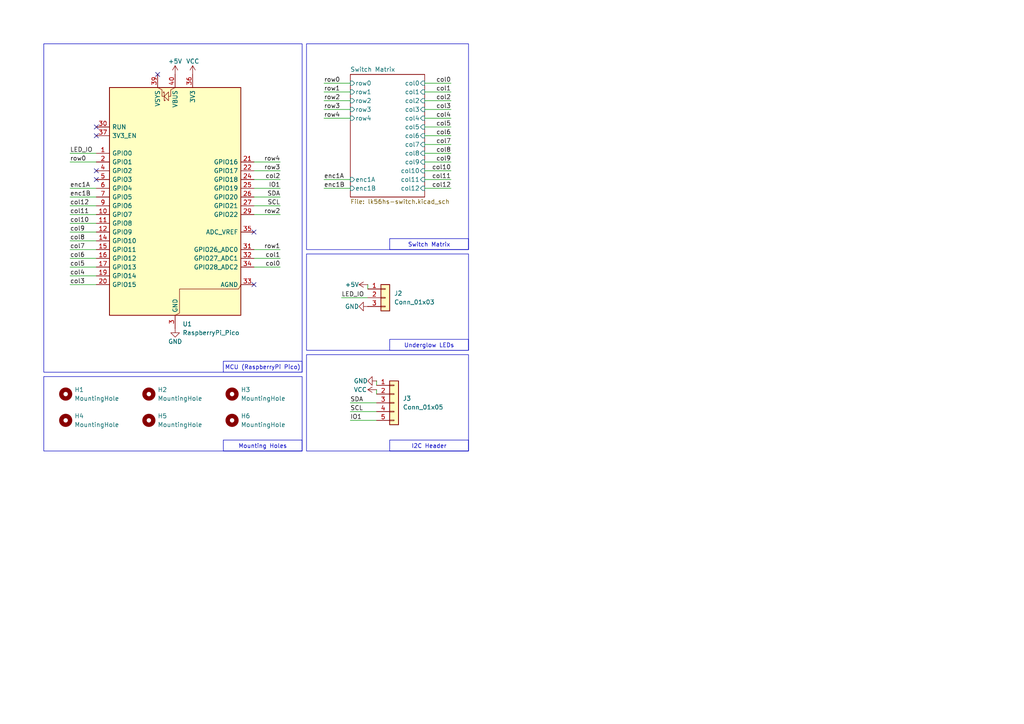
<source format=kicad_sch>
(kicad_sch (version 20250114) (generator "eeschema") (generator_version "9.0")
  (paper "A4")
  (title_block (title "LK56HS") (date "2025-05-16") (rev "v1.00") (company "LambdaKB.dev") (comment 1 "https://lambdakb.dev/devices/lk56hs/"))
  (lib_symbols
    (symbol "Connector_Generic:Conn_01x03" (pin_names (offset 1.016) (hide yes))
      (property "Reference" "J" (at 0 5.08 0))
      (property "Value" "Conn_01x03" (at 0 -5.08 0))
      (symbol "Conn_01x03_1_1"
        (rectangle (start -1.27 3.81) (end 1.27 -3.81) (stroke (width 0.254)) (fill (type background)))
        (rectangle (start -1.27 2.667) (end 0 2.413) (stroke (width 0.1524)))
        (rectangle (start -1.27 0.127) (end 0 -0.127) (stroke (width 0.1524)))
        (rectangle (start -1.27 -2.413) (end 0 -2.667) (stroke (width 0.1524)))
        (pin passive line (at -5.08 2.54 0) (length 3.81) (name "Pin_1") (number "1"))
        (pin passive line (at -5.08 0 0) (length 3.81) (name "Pin_2") (number "2"))
        (pin passive line (at -5.08 -2.54 0) (length 3.81) (name "Pin_3") (number "3"))
      )
    )
    (symbol "Connector_Generic:Conn_01x05" (pin_names (offset 1.016) (hide yes))
      (property "Reference" "J" (at 0 7.62 0))
      (property "Value" "Conn_01x05" (at 0 -7.62 0))
      (symbol "Conn_01x05_1_1"
        (rectangle (start -1.27 6.35) (end 1.27 -6.35) (stroke (width 0.254)) (fill (type background)))
        (rectangle (start -1.27 5.207) (end 0 4.953) (stroke (width 0.1524)))
        (rectangle (start -1.27 2.667) (end 0 2.413) (stroke (width 0.1524)))
        (rectangle (start -1.27 0.127) (end 0 -0.127) (stroke (width 0.1524)))
        (rectangle (start -1.27 -2.413) (end 0 -2.667) (stroke (width 0.1524)))
        (rectangle (start -1.27 -4.953) (end 0 -5.207) (stroke (width 0.1524)))
        (pin passive line (at -5.08 5.08 0) (length 3.81) (name "Pin_1") (number "1"))
        (pin passive line (at -5.08 2.54 0) (length 3.81) (name "Pin_2") (number "2"))
        (pin passive line (at -5.08 0 0) (length 3.81) (name "Pin_3") (number "3"))
        (pin passive line (at -5.08 -2.54 0) (length 3.81) (name "Pin_4") (number "4"))
        (pin passive line (at -5.08 -5.08 0) (length 3.81) (name "Pin_5") (number "5"))
      )
    )
    (symbol "MCU_Module:RaspberryPi_Pico" (pin_names (offset 0.762))
      (property "Reference" "A" (at -19.05 35.56 0))
      (property "Value" "RaspberryPi_Pico" (at 7.62 35.56 0))
      (symbol "RaspberryPi_Pico_0_1"
        (rectangle (start -19.05 34.29) (end 19.05 -31.75) (stroke (width 0.254)) (fill (type background)))
        (polyline (pts (xy -5.08 34.29) (xy -3.81 33.655) (xy -3.81 31.75) (xy -3.175 31.75)))
        (polyline (pts (xy -3.429 32.766) (xy -3.429 33.02) (xy -3.175 33.02) (xy -3.175 30.48) (xy -2.921 30.48) (xy -2.921 30.734)))
        (polyline (pts (xy -3.175 31.75) (xy -1.905 33.02) (xy -1.905 30.48) (xy -3.175 31.75)))
        (polyline (pts (xy 0 34.29) (xy -1.27 33.655) (xy -1.27 31.75) (xy -1.905 31.75)))
        (polyline (pts (xy 0 -31.75) (xy 1.27 -31.115) (xy 1.27 -24.13) (xy 18.415 -24.13) (xy 19.05 -22.86)))
      )
      (symbol "RaspberryPi_Pico_1_1"
        (pin passive line (at -22.86 22.86 0) (length 3.81) (name "RUN") (number "30"))
        (pin passive line (at -22.86 20.32 0) (length 3.81) (name "3V3_EN") (number "37"))
        (pin bidirectional line (at -22.86 15.24 0) (length 3.81) (name "GPIO0") (number "1"))
        (pin bidirectional line (at -22.86 12.7 0) (length 3.81) (name "GPIO1") (number "2"))
        (pin bidirectional line (at -22.86 10.16 0) (length 3.81) (name "GPIO2") (number "4"))
        (pin bidirectional line (at -22.86 7.62 0) (length 3.81) (name "GPIO3") (number "5"))
        (pin bidirectional line (at -22.86 5.08 0) (length 3.81) (name "GPIO4") (number "6"))
        (pin bidirectional line (at -22.86 2.54 0) (length 3.81) (name "GPIO5") (number "7"))
        (pin bidirectional line (at -22.86 0 0) (length 3.81) (name "GPIO6") (number "9"))
        (pin bidirectional line (at -22.86 -2.54 0) (length 3.81) (name "GPIO7") (number "10"))
        (pin bidirectional line (at -22.86 -5.08 0) (length 3.81) (name "GPIO8") (number "11"))
        (pin bidirectional line (at -22.86 -7.62 0) (length 3.81) (name "GPIO9") (number "12"))
        (pin bidirectional line (at -22.86 -10.16 0) (length 3.81) (name "GPIO10") (number "14"))
        (pin bidirectional line (at -22.86 -12.7 0) (length 3.81) (name "GPIO11") (number "15"))
        (pin bidirectional line (at -22.86 -15.24 0) (length 3.81) (name "GPIO12") (number "16"))
        (pin bidirectional line (at -22.86 -17.78 0) (length 3.81) (name "GPIO13") (number "17"))
        (pin bidirectional line (at -22.86 -20.32 0) (length 3.81) (name "GPIO14") (number "19"))
        (pin bidirectional line (at -22.86 -22.86 0) (length 3.81) (name "GPIO15") (number "20"))
        (pin power_in line (at -5.08 38.1 270) (length 3.81) (name "VSYS") (number "39"))
        (pin power_out line (at 0 38.1 270) (length 3.81) (name "VBUS") (number "40"))
        (pin passive line (at 0 -35.56 90) (length 3.81) (hide yes) (name "GND") (number "13"))
        (pin passive line (at 0 -35.56 90) (length 3.81) (hide yes) (name "GND") (number "18"))
        (pin passive line (at 0 -35.56 90) (length 3.81) (hide yes) (name "GND") (number "23"))
        (pin passive line (at 0 -35.56 90) (length 3.81) (hide yes) (name "GND") (number "28"))
        (pin power_out line (at 0 -35.56 90) (length 3.81) (name "GND") (number "3"))
        (pin passive line (at 0 -35.56 90) (length 3.81) (hide yes) (name "GND") (number "38"))
        (pin passive line (at 0 -35.56 90) (length 3.81) (hide yes) (name "GND") (number "8"))
        (pin power_out line (at 5.08 38.1 270) (length 3.81) (name "3V3") (number "36"))
        (pin bidirectional line (at 22.86 12.7 180) (length 3.81) (name "GPIO16") (number "21"))
        (pin bidirectional line (at 22.86 10.16 180) (length 3.81) (name "GPIO17") (number "22"))
        (pin bidirectional line (at 22.86 7.62 180) (length 3.81) (name "GPIO18") (number "24"))
        (pin bidirectional line (at 22.86 5.08 180) (length 3.81) (name "GPIO19") (number "25"))
        (pin bidirectional line (at 22.86 2.54 180) (length 3.81) (name "GPIO20") (number "26"))
        (pin bidirectional line (at 22.86 0 180) (length 3.81) (name "GPIO21") (number "27"))
        (pin bidirectional line (at 22.86 -2.54 180) (length 3.81) (name "GPIO22") (number "29"))
        (pin power_in line (at 22.86 -7.62 180) (length 3.81) (name "ADC_VREF") (number "35"))
        (pin bidirectional line (at 22.86 -12.7 180) (length 3.81) (name "GPIO26_ADC0") (number "31"))
        (pin bidirectional line (at 22.86 -15.24 180) (length 3.81) (name "GPIO27_ADC1") (number "32"))
        (pin bidirectional line (at 22.86 -17.78 180) (length 3.81) (name "GPIO28_ADC2") (number "34"))
        (pin power_out line (at 22.86 -22.86 180) (length 3.81) (name "AGND") (number "33"))
      )
    )
    (symbol "Mechanical:MountingHole" (pin_names (offset 1.016)) (in_bom no)
      (property "Reference" "H" (at 0 5.08 0))
      (property "Value" "MountingHole" (at 0 3.175 0))
      (symbol "MountingHole_0_1"
        (circle (center 0 0) (radius 1.27) (stroke (width 1.27)))
      )
    )
    (symbol "power:+5V" (power) (pin_numbers (hide yes)) (pin_names (offset 0) (hide yes))
      (property "Value" "+5V" (at 0 3.556 0))
      (symbol "+5V_0_1"
        (polyline (pts (xy -0.762 1.27) (xy 0 2.54)))
        (polyline (pts (xy 0 2.54) (xy 0.762 1.27)))
        (polyline (pts (xy 0 0) (xy 0 2.54)))
      )
      (symbol "+5V_1_1"
        (pin power_in line (at 0 0 90) (length 0) (name "~") (number "1"))
      )
    )
    (symbol "power:GND" (power) (pin_numbers (hide yes)) (pin_names (offset 0) (hide yes))
      (property "Value" "GND" (at 0 -3.81 0))
      (symbol "GND_0_1"
        (polyline (pts (xy 0 0) (xy 0 -1.27) (xy 1.27 -1.27) (xy 0 -2.54) (xy -1.27 -1.27) (xy 0 -1.27)))
      )
      (symbol "GND_1_1"
        (pin power_in line (at 0 0 270) (length 0) (name "~") (number "1"))
      )
    )
    (symbol "power:VCC" (power) (pin_numbers (hide yes)) (pin_names (offset 0) (hide yes))
      (property "Value" "VCC" (at 0 3.556 0))
      (symbol "VCC_0_1"
        (polyline (pts (xy -0.762 1.27) (xy 0 2.54)))
        (polyline (pts (xy 0 2.54) (xy 0.762 1.27)))
        (polyline (pts (xy 0 0) (xy 0 2.54)))
      )
      (symbol "VCC_1_1"
        (pin power_in line (at 0 0 90) (length 0) (name "~") (number "1"))
      )
    )
  )
  (rectangle (start 113.03 98.425) (end 135.89 101.6))
  (rectangle (start 64.77 127.635) (end 87.63 130.81))
  (rectangle (start 88.9 12.7) (end 135.89 72.39))
  (rectangle (start 88.9 102.87) (end 135.89 130.81))
  (rectangle (start 88.9 73.66) (end 135.89 101.6))
  (rectangle (start 64.77 104.775) (end 87.63 107.95))
  (rectangle (start 113.03 127.635) (end 135.89 130.81))
  (rectangle (start 12.7 109.22) (end 87.63 130.81))
  (rectangle (start 12.7 12.7) (end 87.63 107.95))
  (rectangle (start 113.03 69.215) (end 135.89 72.39))
  (text "Mounting Holes" (at 76.2 129.54 0) (effects (font (size 1.2 1.2))))
  (text "Switch Matrix" (at 124.46 71.12 0) (effects (font (size 1.2 1.2))))
  (text "MCU (RaspberryPi Pico)" (at 76.2 106.68 0) (effects (font (size 1.2 1.2))))
  (text "Underglow LEDs" (at 124.46 100.33 0) (effects (font (size 1.2 1.2))))
  (text "I2C Header" (at 124.46 129.54 0) (effects (font (size 1.2 1.2))))
  (no_connect (at 27.94 49.53))
  (no_connect (at 73.66 67.31))
  (no_connect (at 45.72 21.59))
  (no_connect (at 27.94 52.07))
  (no_connect (at 73.66 82.55))
  (no_connect (at 27.94 39.37))
  (no_connect (at 27.94 36.83))
  (wire (pts (xy 73.66 77.47) (xy 81.28 77.47)))
  (wire (pts (xy 123.19 24.13) (xy 130.81 24.13)))
  (wire (pts (xy 20.32 74.93) (xy 27.94 74.93)))
  (wire (pts (xy 27.94 59.69) (xy 20.32 59.69)))
  (wire (pts (xy 109.22 110.49) (xy 109.22 111.76)))
  (wire (pts (xy 27.94 82.55) (xy 20.32 82.55)))
  (wire (pts (xy 106.68 82.55) (xy 106.68 83.82)))
  (wire (pts (xy 73.66 74.93) (xy 81.28 74.93)))
  (wire (pts (xy 27.94 80.01) (xy 20.32 80.01)))
  (wire (pts (xy 123.19 26.67) (xy 130.81 26.67)))
  (wire (pts (xy 123.19 31.75) (xy 130.81 31.75)))
  (wire (pts (xy 20.32 44.45) (xy 27.94 44.45)))
  (wire (pts (xy 130.81 52.07) (xy 123.19 52.07)))
  (wire (pts (xy 20.32 77.47) (xy 27.94 77.47)))
  (wire (pts (xy 73.66 52.07) (xy 81.28 52.07)))
  (wire (pts (xy 99.06 86.36) (xy 106.68 86.36)))
  (wire (pts (xy 20.32 57.15) (xy 27.94 57.15)))
  (wire (pts (xy 93.98 29.21) (xy 101.6 29.21)))
  (wire (pts (xy 101.6 119.38) (xy 109.22 119.38)))
  (wire (pts (xy 123.19 29.21) (xy 130.81 29.21)))
  (wire (pts (xy 27.94 67.31) (xy 20.32 67.31)))
  (wire (pts (xy 27.94 64.77) (xy 20.32 64.77)))
  (wire (pts (xy 73.66 46.99) (xy 81.28 46.99)))
  (wire (pts (xy 73.66 62.23) (xy 81.28 62.23)))
  (wire (pts (xy 123.19 39.37) (xy 130.81 39.37)))
  (wire (pts (xy 20.32 69.85) (xy 27.94 69.85)))
  (wire (pts (xy 27.94 62.23) (xy 20.32 62.23)))
  (wire (pts (xy 81.28 57.15) (xy 73.66 57.15)))
  (wire (pts (xy 130.81 54.61) (xy 123.19 54.61)))
  (wire (pts (xy 109.22 113.03) (xy 109.22 114.3)))
  (wire (pts (xy 123.19 49.53) (xy 130.81 49.53)))
  (wire (pts (xy 93.98 31.75) (xy 101.6 31.75)))
  (wire (pts (xy 101.6 121.92) (xy 109.22 121.92)))
  (wire (pts (xy 123.19 34.29) (xy 130.81 34.29)))
  (wire (pts (xy 123.19 41.91) (xy 130.81 41.91)))
  (wire (pts (xy 93.98 24.13) (xy 101.6 24.13)))
  (wire (pts (xy 93.98 52.07) (xy 101.6 52.07)))
  (wire (pts (xy 73.66 72.39) (xy 81.28 72.39)))
  (wire (pts (xy 93.98 54.61) (xy 101.6 54.61)))
  (wire (pts (xy 20.32 46.99) (xy 27.94 46.99)))
  (wire (pts (xy 123.19 36.83) (xy 130.81 36.83)))
  (wire (pts (xy 20.32 54.61) (xy 27.94 54.61)))
  (wire (pts (xy 20.32 72.39) (xy 27.94 72.39)))
  (wire (pts (xy 73.66 54.61) (xy 81.28 54.61)))
  (wire (pts (xy 123.19 46.99) (xy 130.81 46.99)))
  (wire (pts (xy 93.98 34.29) (xy 101.6 34.29)))
  (wire (pts (xy 123.19 44.45) (xy 130.81 44.45)))
  (wire (pts (xy 81.28 59.69) (xy 73.66 59.69)))
  (wire (pts (xy 101.6 116.84) (xy 109.22 116.84)))
  (wire (pts (xy 73.66 49.53) (xy 81.28 49.53)))
  (wire (pts (xy 93.98 26.67) (xy 101.6 26.67)))
  (label "SDA" (at 101.6 116.84 0))
  (label "col6" (at 130.81 39.37 180))
  (label "IO1" (at 81.28 54.61 180))
  (label "row4" (at 93.98 34.29 0))
  (label "col12" (at 20.32 59.69 0))
  (label "col12" (at 130.81 54.61 180))
  (label "col3" (at 130.81 31.75 180))
  (label "row3" (at 93.98 31.75 0))
  (label "col5" (at 20.32 77.47 0))
  (label "row2" (at 93.98 29.21 0))
  (label "col9" (at 20.32 67.31 0))
  (label "SCL" (at 101.6 119.38 0))
  (label "col4" (at 20.32 80.01 0))
  (label "col0" (at 130.81 24.13 180))
  (label "row0" (at 20.32 46.99 0))
  (label "SDA" (at 81.28 57.15 180))
  (label "LED_IO" (at 20.32 44.45 0))
  (label "row3" (at 81.28 49.53 180))
  (label "col0" (at 81.28 77.47 180))
  (label "enc1B" (at 93.98 54.61 0))
  (label "row4" (at 81.28 46.99 180))
  (label "col10" (at 130.81 49.53 180))
  (label "row0" (at 93.98 24.13 0))
  (label "enc1A" (at 20.32 54.61 0))
  (label "SCL" (at 81.28 59.69 180))
  (label "LED_IO" (at 99.06 86.36 0))
  (label "col1" (at 130.81 26.67 180))
  (label "col11" (at 20.32 62.23 0))
  (label "col9" (at 130.81 46.99 180))
  (label "col4" (at 130.81 34.29 180))
  (label "col8" (at 130.81 44.45 180))
  (label "row2" (at 81.28 62.23 180))
  (label "col8" (at 20.32 69.85 0))
  (label "col2" (at 130.81 29.21 180))
  (label "col6" (at 20.32 74.93 0))
  (label "enc1B" (at 20.32 57.15 0))
  (label "col5" (at 130.81 36.83 180))
  (label "col7" (at 130.81 41.91 180))
  (label "col11" (at 130.81 52.07 180))
  (label "col3" (at 20.32 82.55 0))
  (label "row1" (at 93.98 26.67 0))
  (label "IO1" (at 101.6 121.92 0))
  (label "enc1A" (at 93.98 52.07 0))
  (label "row1" (at 81.28 72.39 180))
  (label "col7" (at 20.32 72.39 0))
  (label "col2" (at 81.28 52.07 180))
  (label "col10" (at 20.32 64.77 0))
  (label "col1" (at 81.28 74.93 180))
  (symbol (lib_id "power:VCC") (at 109.22 113.03 90) (unit 1)
    (property "Reference" "#PWR055" (effects (hide yes)))
    (property "Value" "VCC" (at 106.426 113.03 90) (effects (justify left)))
    (property "Description" "Power symbol creates a global label with name \"VCC\"" (effects (hide yes)))
  )
  (symbol (lib_id "power:+5V") (at 106.68 82.55 90) (unit 1)
    (property "Reference" "#PWR05" (effects (hide yes)))
    (property "Value" "+5V" (at 104.14 82.55 90) (effects (justify left)))
    (property "Description" "Power symbol creates a global label with name \"+5V\"" (effects (hide yes)))
  )
  (symbol (lib_id "power:VCC") (at 55.88 21.59 0) (unit 1)
    (property "Reference" "#PWR02" (effects (hide yes)))
    (property "Value" "VCC" (at 55.88 17.78 0))
    (property "Description" "Power symbol creates a global label with name \"VCC\"" (effects (hide yes)))
  )
  (symbol (lib_id "Mechanical:MountingHole") (at 19.05 121.92 0) (unit 1) (in_bom no)
    (property "Reference" "H4" (at 21.59 120.6499 0) (effects (justify left)))
    (property "Value" "MountingHole" (at 21.59 123.1899 0) (effects (justify left)))
    (property "Footprint" "LKBD_MountingHole:MountingSlot_M2_Small_NPTH" (effects (hide yes)))
    (property "Description" "Mounting Hole without connection" (effects (hide yes)))
  )
  (symbol (lib_id "power:GND") (at 109.22 110.49 270) (unit 1)
    (property "Reference" "#PWR056" (effects (hide yes)))
    (property "Value" "GND" (at 106.68 110.49 90) (effects (justify right)))
    (property "Description" "Power symbol creates a global label with name \"GND\" , ground" (effects (hide yes)))
  )
  (symbol (lib_id "Mechanical:MountingHole") (at 67.31 121.92 0) (unit 1) (in_bom no)
    (property "Reference" "H6" (at 69.85 120.6499 0) (effects (justify left)))
    (property "Value" "MountingHole" (at 69.85 123.1899 0) (effects (justify left)))
    (property "Footprint" "LKBD_MountingHole:MountingSlot_M2_Small_NPTH" (effects (hide yes)))
    (property "Description" "Mounting Hole without connection" (effects (hide yes)))
  )
  (symbol (lib_id "power:GND") (at 50.8 95.25 0) (unit 1)
    (property "Reference" "#PWR06" (effects (hide yes)))
    (property "Value" "GND" (at 50.8 99.06 0))
    (property "Description" "Power symbol creates a global label with name \"GND\" , ground" (effects (hide yes)))
  )
  (symbol (lib_id "Mechanical:MountingHole") (at 43.18 114.3 0) (unit 1) (in_bom no)
    (property "Reference" "H2" (at 45.72 113.0299 0) (effects (justify left)))
    (property "Value" "MountingHole" (at 45.72 115.5699 0) (effects (justify left)))
    (property "Footprint" "LKBD_MountingHole:MountingSlot_M2_NTPH_Half" (effects (hide yes)))
    (property "Description" "Mounting Hole without connection" (effects (hide yes)))
  )
  (symbol (lib_id "power:+5V") (at 50.8 21.59 0) (unit 1)
    (property "Reference" "#PWR01" (effects (hide yes)))
    (property "Value" "+5V" (at 50.8 17.78 0))
    (property "Description" "Power symbol creates a global label with name \"+5V\"" (effects (hide yes)))
  )
  (symbol (lib_id "Connector_Generic:Conn_01x03") (at 111.76 86.36 0) (unit 1)
    (property "Reference" "J2" (at 114.3 85.09 0) (effects (justify left)))
    (property "Value" "Conn_01x03" (at 114.3 87.63 0) (effects (justify left)))
    (property "Footprint" "LKBD_Connector:PinHeader_1x03_THT_P2.54mm_nSilk" (effects (hide yes)))
    (property "Description" "Generic connector, single row, 01x03, script generated (kicad-library-utils/schlib/autogen/connector/)" (effects (hide yes)))
  )
  (symbol (lib_id "Connector_Generic:Conn_01x05") (at 114.3 116.84 0) (unit 1)
    (property "Reference" "J3" (at 116.84 115.5699 0) (effects (justify left)))
    (property "Value" "Conn_01x05" (at 116.84 118.1099 0) (effects (justify left)))
    (property "Footprint" "LKBD_Connector:PinHeader_1x05_THT_P2.54mm_nSilk" (effects (hide yes)))
    (property "Description" "Generic connector, single row, 01x05, script generated (kicad-library-utils/schlib/autogen/connector/)" (effects (hide yes)))
  )
  (symbol (lib_id "Mechanical:MountingHole") (at 43.18 121.92 0) (unit 1) (in_bom no)
    (property "Reference" "H5" (at 45.72 120.6499 0) (effects (justify left)))
    (property "Value" "MountingHole" (at 45.72 123.1899 0) (effects (justify left)))
    (property "Footprint" "LKBD_MountingHole:MountingSlot_M2_NTPH_Long" (effects (hide yes)))
    (property "Description" "Mounting Hole without connection" (effects (hide yes)))
  )
  (symbol (lib_id "MCU_Module:RaspberryPi_Pico") (at 50.8 59.69 0) (unit 1)
    (property "Reference" "U1" (at 52.9433 93.98 0) (effects (justify left)))
    (property "Value" "RaspberryPi_Pico" (at 52.9433 96.52 0) (effects (justify left)))
    (property "Footprint" "LKBD_MCU:MCU_RaspberryPi_Pico_THT" (effects (hide yes)))
    (property "Datasheet" "https://datasheets.raspberrypi.com/pico/pico-datasheet.pdf" (effects (hide yes)))
    (property "Description" "Versatile and inexpensive microcontroller module powered by RP2040 dual-core Arm Cortex-M0+ processor up to 133 MHz, 264kB SRAM, 2MB QSPI flash; also supports Raspberry Pi Pico 2" (effects (hide yes)))
  )
  (symbol (lib_id "power:GND") (at 106.68 88.9 270) (unit 1)
    (property "Reference" "#PWR07" (effects (hide yes)))
    (property "Value" "GND" (at 104.14 88.9 90) (effects (justify right)))
    (property "Description" "Power symbol creates a global label with name \"GND\" , ground" (effects (hide yes)))
  )
  (symbol (lib_id "Mechanical:MountingHole") (at 67.31 114.3 0) (unit 1) (in_bom no)
    (property "Reference" "H3" (at 69.85 113.0299 0) (effects (justify left)))
    (property "Value" "MountingHole" (at 69.85 115.5699 0) (effects (justify left)))
    (property "Footprint" "LKBD_MountingHole:MountingSlot_M2_Small_NPTH" (effects (hide yes)))
    (property "Description" "Mounting Hole without connection" (effects (hide yes)))
  )
  (symbol (lib_id "Mechanical:MountingHole") (at 19.05 114.3 0) (unit 1) (in_bom no)
    (property "Reference" "H1" (at 21.59 113.0299 0) (effects (justify left)))
    (property "Value" "MountingHole" (at 21.59 115.5699 0) (effects (justify left)))
    (property "Footprint" "LKBD_MountingHole:MountingHole_M2_NPTH" (effects (hide yes)))
    (property "Description" "Mounting Hole without connection" (effects (hide yes)))
  )
  (sheet (at 101.6 21.59) (size 21.59 35.56) (stroke (width 0.1524))
    (property "Sheetname" "Switch Matrix" (at 101.6 20.8784 0) (effects (justify left bottom)))
    (property "Sheetfile" "lk56hs-switch.kicad_sch" (at 101.6 57.7346 0) (effects (justify left top)))
    (pin "col5" input (at 123.19 36.83 0))
    (pin "row0" input (at 101.6 24.13 180))
    (pin "col0" input (at 123.19 24.13 0))
    (pin "col8" input (at 123.19 44.45 0))
    (pin "row1" input (at 101.6 26.67 180))
    (pin "row4" input (at 101.6 34.29 180))
    (pin "col9" input (at 123.19 46.99 0))
    (pin "col11" input (at 123.19 52.07 0))
    (pin "col6" input (at 123.19 39.37 0))
    (pin "row2" input (at 101.6 29.21 180))
    (pin "col3" input (at 123.19 31.75 0))
    (pin "col2" input (at 123.19 29.21 0))
    (pin "col10" input (at 123.19 49.53 0))
    (pin "row3" input (at 101.6 31.75 180))
    (pin "col7" input (at 123.19 41.91 0))
    (pin "col12" input (at 123.19 54.61 0))
    (pin "col1" input (at 123.19 26.67 0))
    (pin "col4" input (at 123.19 34.29 0))
    (pin "enc1B" input (at 101.6 54.61 180))
    (pin "enc1A" input (at 101.6 52.07 180))
  )
)
</source>
